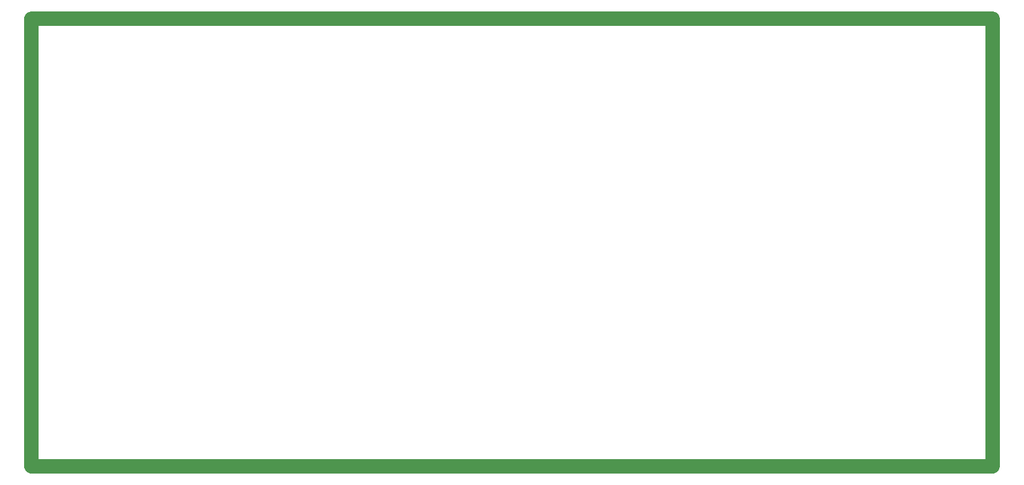
<source format=gko>
G04 Layer_Color=16711935*
%FSAX42Y42*%
%MOMM*%
G71*
G01*
G75*
%ADD10C,2.00*%
D10*
X016500Y005000D02*
X016500Y011300D01*
X003000Y005000D02*
X016500Y005000D01*
X003000Y005000D02*
X003000Y011300D01*
X016500Y011300D01*
M02*

</source>
